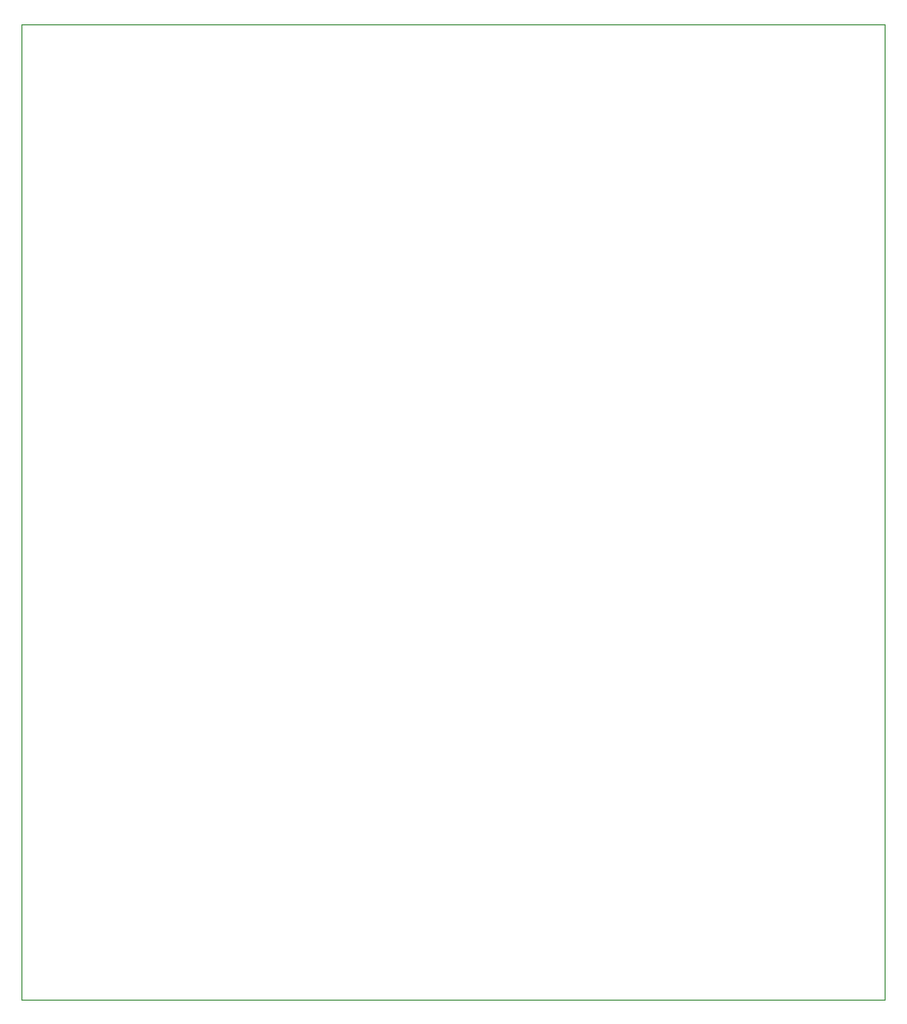
<source format=gbr>
G04 #@! TF.GenerationSoftware,KiCad,Pcbnew,(5.1.12)-1*
G04 #@! TF.CreationDate,2022-02-25T13:33:31-06:00*
G04 #@! TF.ProjectId,digital_pcb,64696769-7461-46c5-9f70-63622e6b6963,3.1*
G04 #@! TF.SameCoordinates,Original*
G04 #@! TF.FileFunction,Profile,NP*
%FSLAX46Y46*%
G04 Gerber Fmt 4.6, Leading zero omitted, Abs format (unit mm)*
G04 Created by KiCad (PCBNEW (5.1.12)-1) date 2022-02-25 13:33:31*
%MOMM*%
%LPD*%
G01*
G04 APERTURE LIST*
G04 #@! TA.AperFunction,Profile*
%ADD10C,0.050000*%
G04 #@! TD*
G04 APERTURE END LIST*
D10*
X191200000Y-138600000D02*
X116200000Y-138600000D01*
X191200000Y-53850000D02*
X191200000Y-138600000D01*
X116200000Y-53850000D02*
X191200000Y-53850000D01*
X116200000Y-138600000D02*
X116200000Y-53850000D01*
M02*

</source>
